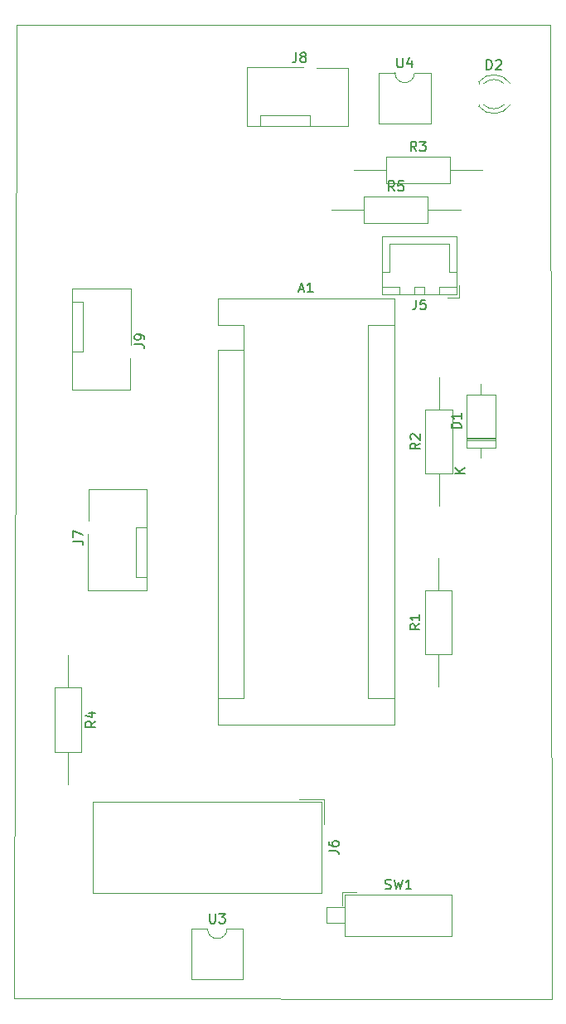
<source format=gbr>
G04 #@! TF.GenerationSoftware,KiCad,Pcbnew,(5.1.4)-1*
G04 #@! TF.CreationDate,2021-02-26T16:43:13-05:00*
G04 #@! TF.ProjectId,compactacion,636f6d70-6163-4746-9163-696f6e2e6b69,rev?*
G04 #@! TF.SameCoordinates,Original*
G04 #@! TF.FileFunction,Legend,Top*
G04 #@! TF.FilePolarity,Positive*
%FSLAX46Y46*%
G04 Gerber Fmt 4.6, Leading zero omitted, Abs format (unit mm)*
G04 Created by KiCad (PCBNEW (5.1.4)-1) date 2021-02-26 16:43:13*
%MOMM*%
%LPD*%
G04 APERTURE LIST*
%ADD10C,0.120000*%
%ADD11C,0.150000*%
G04 APERTURE END LIST*
D10*
X300000Y98500000D02*
X300000Y99300000D01*
X54850000Y99350000D02*
X300000Y99300000D01*
X50000Y-50000D02*
X300000Y98500000D01*
X55000000Y-150000D02*
X50000Y-50000D01*
X54850000Y99350000D02*
X55000000Y-150000D01*
X23850000Y95000000D02*
X29600000Y95000000D01*
X30950000Y94950000D02*
X34150000Y94950000D01*
X34150000Y94950000D02*
X34150000Y89000000D01*
X34150000Y89000000D02*
X23850000Y89000000D01*
X23850000Y89000000D02*
X23850000Y95000000D01*
X25200000Y89100000D02*
X25200000Y90110000D01*
X25200000Y90110000D02*
X30280000Y90110000D01*
X30280000Y90110000D02*
X30280000Y89100000D01*
X21810000Y7030000D02*
G75*
G02X19810000Y7030000I-1000000J0D01*
G01*
X19810000Y7030000D02*
X18160000Y7030000D01*
X18160000Y7030000D02*
X18160000Y1830000D01*
X18160000Y1830000D02*
X23460000Y1830000D01*
X23460000Y1830000D02*
X23460000Y7030000D01*
X23460000Y7030000D02*
X21810000Y7030000D01*
X12490000Y48030000D02*
X13500000Y48030000D01*
X12490000Y42950000D02*
X12490000Y48030000D01*
X13500000Y42950000D02*
X12490000Y42950000D01*
X13600000Y41600000D02*
X7600000Y41600000D01*
X13600000Y51900000D02*
X13600000Y41600000D01*
X7650000Y51900000D02*
X13600000Y51900000D01*
X7650000Y48700000D02*
X7650000Y51900000D01*
X7600000Y41600000D02*
X7600000Y47350000D01*
X11950000Y72400000D02*
X11950000Y66650000D01*
X11900000Y65300000D02*
X11900000Y62100000D01*
X11900000Y62100000D02*
X5950000Y62100000D01*
X5950000Y62100000D02*
X5950000Y72400000D01*
X5950000Y72400000D02*
X11950000Y72400000D01*
X6050000Y71050000D02*
X7060000Y71050000D01*
X7060000Y71050000D02*
X7060000Y65970000D01*
X7060000Y65970000D02*
X6050000Y65970000D01*
X23520000Y66130000D02*
X23520000Y68670000D01*
X23520000Y68670000D02*
X20850000Y68670000D01*
X20850000Y66130000D02*
X20850000Y27900000D01*
X20850000Y71340000D02*
X20850000Y68670000D01*
X36220000Y68670000D02*
X38890000Y68670000D01*
X36220000Y68670000D02*
X36220000Y30570000D01*
X36220000Y30570000D02*
X38890000Y30570000D01*
X23520000Y66130000D02*
X20850000Y66130000D01*
X23520000Y66130000D02*
X23520000Y30570000D01*
X23520000Y30570000D02*
X20850000Y30570000D01*
X20850000Y27900000D02*
X38890000Y27900000D01*
X38890000Y27900000D02*
X38890000Y71340000D01*
X38890000Y71340000D02*
X20850000Y71340000D01*
X46280000Y56160000D02*
X49220000Y56160000D01*
X49220000Y56160000D02*
X49220000Y61600000D01*
X49220000Y61600000D02*
X46280000Y61600000D01*
X46280000Y61600000D02*
X46280000Y56160000D01*
X47750000Y55140000D02*
X47750000Y56160000D01*
X47750000Y62620000D02*
X47750000Y61600000D01*
X46280000Y57060000D02*
X49220000Y57060000D01*
X46280000Y57180000D02*
X49220000Y57180000D01*
X46280000Y56940000D02*
X49220000Y56940000D01*
X50742335Y93328608D02*
G75*
G03X47510000Y93485516I-1672335J-1078608D01*
G01*
X50742335Y91171392D02*
G75*
G02X47510000Y91014484I-1672335J1078608D01*
G01*
X50111130Y93329837D02*
G75*
G03X48029039Y93330000I-1041130J-1079837D01*
G01*
X50111130Y91170163D02*
G75*
G02X48029039Y91170000I-1041130J1079837D01*
G01*
X47510000Y93486000D02*
X47510000Y93330000D01*
X47510000Y91170000D02*
X47510000Y91014000D01*
X45260000Y71790000D02*
X45260000Y77760000D01*
X45260000Y77760000D02*
X37640000Y77760000D01*
X37640000Y77760000D02*
X37640000Y71790000D01*
X37640000Y71790000D02*
X45260000Y71790000D01*
X41950000Y71800000D02*
X41950000Y72550000D01*
X41950000Y72550000D02*
X40950000Y72550000D01*
X40950000Y72550000D02*
X40950000Y71800000D01*
X40950000Y71800000D02*
X41950000Y71800000D01*
X45250000Y71800000D02*
X45250000Y72550000D01*
X45250000Y72550000D02*
X43450000Y72550000D01*
X43450000Y72550000D02*
X43450000Y71800000D01*
X43450000Y71800000D02*
X45250000Y71800000D01*
X39450000Y71800000D02*
X39450000Y72550000D01*
X39450000Y72550000D02*
X37650000Y72550000D01*
X37650000Y72550000D02*
X37650000Y71800000D01*
X37650000Y71800000D02*
X39450000Y71800000D01*
X45250000Y74050000D02*
X44500000Y74050000D01*
X44500000Y74050000D02*
X44500000Y77000000D01*
X44500000Y77000000D02*
X41450000Y77000000D01*
X37650000Y74050000D02*
X38400000Y74050000D01*
X38400000Y74050000D02*
X38400000Y77000000D01*
X38400000Y77000000D02*
X41450000Y77000000D01*
X44300000Y71500000D02*
X45550000Y71500000D01*
X45550000Y71500000D02*
X45550000Y72750000D01*
X31500000Y10655000D02*
X8100000Y10655000D01*
X8100000Y10655000D02*
X8100000Y20005000D01*
X8100000Y20005000D02*
X31500000Y20005000D01*
X31500000Y20005000D02*
X31500000Y10655000D01*
X31750000Y20255000D02*
X29210000Y20255000D01*
X31750000Y20255000D02*
X31750000Y17715000D01*
X42030000Y35050000D02*
X44770000Y35050000D01*
X44770000Y35050000D02*
X44770000Y41590000D01*
X44770000Y41590000D02*
X42030000Y41590000D01*
X42030000Y41590000D02*
X42030000Y35050000D01*
X43400000Y31740000D02*
X43400000Y35050000D01*
X43400000Y44900000D02*
X43400000Y41590000D01*
X43450000Y63350000D02*
X43450000Y60040000D01*
X43450000Y50190000D02*
X43450000Y53500000D01*
X42080000Y60040000D02*
X42080000Y53500000D01*
X44820000Y60040000D02*
X42080000Y60040000D01*
X44820000Y53500000D02*
X44820000Y60040000D01*
X42080000Y53500000D02*
X44820000Y53500000D01*
X38050000Y85870000D02*
X38050000Y83130000D01*
X38050000Y83130000D02*
X44590000Y83130000D01*
X44590000Y83130000D02*
X44590000Y85870000D01*
X44590000Y85870000D02*
X38050000Y85870000D01*
X34740000Y84500000D02*
X38050000Y84500000D01*
X47900000Y84500000D02*
X44590000Y84500000D01*
X6920000Y31650000D02*
X4180000Y31650000D01*
X4180000Y31650000D02*
X4180000Y25110000D01*
X4180000Y25110000D02*
X6920000Y25110000D01*
X6920000Y25110000D02*
X6920000Y31650000D01*
X5550000Y34960000D02*
X5550000Y31650000D01*
X5550000Y21800000D02*
X5550000Y25110000D01*
X45650000Y80450000D02*
X42340000Y80450000D01*
X32490000Y80450000D02*
X35800000Y80450000D01*
X42340000Y81820000D02*
X35800000Y81820000D01*
X42340000Y79080000D02*
X42340000Y81820000D01*
X35800000Y79080000D02*
X42340000Y79080000D01*
X35800000Y81820000D02*
X35800000Y79080000D01*
X33850000Y10510000D02*
X44770000Y10510000D01*
X33850000Y6290000D02*
X44770000Y6290000D01*
X33850000Y10510000D02*
X33850000Y6290000D01*
X44770000Y10510000D02*
X44770000Y6290000D01*
X33610000Y10750000D02*
X34993000Y10750000D01*
X33610000Y10750000D02*
X33610000Y9367000D01*
X31990000Y9210000D02*
X33850000Y9210000D01*
X31990000Y7590000D02*
X33850000Y7590000D01*
X31990000Y9210000D02*
X31990000Y7590000D01*
X33850000Y9210000D02*
X33850000Y7590000D01*
X42610000Y94430000D02*
X40960000Y94430000D01*
X42610000Y89230000D02*
X42610000Y94430000D01*
X37310000Y89230000D02*
X42610000Y89230000D01*
X37310000Y94430000D02*
X37310000Y89230000D01*
X38960000Y94430000D02*
X37310000Y94430000D01*
X40960000Y94430000D02*
G75*
G02X38960000Y94430000I-1000000J0D01*
G01*
D11*
X28866666Y96497619D02*
X28866666Y95783333D01*
X28819047Y95640476D01*
X28723809Y95545238D01*
X28580952Y95497619D01*
X28485714Y95497619D01*
X29485714Y96069047D02*
X29390476Y96116666D01*
X29342857Y96164285D01*
X29295238Y96259523D01*
X29295238Y96307142D01*
X29342857Y96402380D01*
X29390476Y96450000D01*
X29485714Y96497619D01*
X29676190Y96497619D01*
X29771428Y96450000D01*
X29819047Y96402380D01*
X29866666Y96307142D01*
X29866666Y96259523D01*
X29819047Y96164285D01*
X29771428Y96116666D01*
X29676190Y96069047D01*
X29485714Y96069047D01*
X29390476Y96021428D01*
X29342857Y95973809D01*
X29295238Y95878571D01*
X29295238Y95688095D01*
X29342857Y95592857D01*
X29390476Y95545238D01*
X29485714Y95497619D01*
X29676190Y95497619D01*
X29771428Y95545238D01*
X29819047Y95592857D01*
X29866666Y95688095D01*
X29866666Y95878571D01*
X29819047Y95973809D01*
X29771428Y96021428D01*
X29676190Y96069047D01*
X20048095Y8577619D02*
X20048095Y7768095D01*
X20095714Y7672857D01*
X20143333Y7625238D01*
X20238571Y7577619D01*
X20429047Y7577619D01*
X20524285Y7625238D01*
X20571904Y7672857D01*
X20619523Y7768095D01*
X20619523Y8577619D01*
X21000476Y8577619D02*
X21619523Y8577619D01*
X21286190Y8196666D01*
X21429047Y8196666D01*
X21524285Y8149047D01*
X21571904Y8101428D01*
X21619523Y8006190D01*
X21619523Y7768095D01*
X21571904Y7672857D01*
X21524285Y7625238D01*
X21429047Y7577619D01*
X21143333Y7577619D01*
X21048095Y7625238D01*
X21000476Y7672857D01*
X6102380Y46616666D02*
X6816666Y46616666D01*
X6959523Y46569047D01*
X7054761Y46473809D01*
X7102380Y46330952D01*
X7102380Y46235714D01*
X6102380Y46997619D02*
X6102380Y47664285D01*
X7102380Y47235714D01*
X12352380Y66716666D02*
X13066666Y66716666D01*
X13209523Y66669047D01*
X13304761Y66573809D01*
X13352380Y66430952D01*
X13352380Y66335714D01*
X13352380Y67240476D02*
X13352380Y67430952D01*
X13304761Y67526190D01*
X13257142Y67573809D01*
X13114285Y67669047D01*
X12923809Y67716666D01*
X12542857Y67716666D01*
X12447619Y67669047D01*
X12400000Y67621428D01*
X12352380Y67526190D01*
X12352380Y67335714D01*
X12400000Y67240476D01*
X12447619Y67192857D01*
X12542857Y67145238D01*
X12780952Y67145238D01*
X12876190Y67192857D01*
X12923809Y67240476D01*
X12971428Y67335714D01*
X12971428Y67526190D01*
X12923809Y67621428D01*
X12876190Y67669047D01*
X12780952Y67716666D01*
X29155714Y72313333D02*
X29631904Y72313333D01*
X29060476Y72027619D02*
X29393809Y73027619D01*
X29727142Y72027619D01*
X30584285Y72027619D02*
X30012857Y72027619D01*
X30298571Y72027619D02*
X30298571Y73027619D01*
X30203333Y72884761D01*
X30108095Y72789523D01*
X30012857Y72741904D01*
X45732380Y58141904D02*
X44732380Y58141904D01*
X44732380Y58380000D01*
X44780000Y58522857D01*
X44875238Y58618095D01*
X44970476Y58665714D01*
X45160952Y58713333D01*
X45303809Y58713333D01*
X45494285Y58665714D01*
X45589523Y58618095D01*
X45684761Y58522857D01*
X45732380Y58380000D01*
X45732380Y58141904D01*
X45732380Y59665714D02*
X45732380Y59094285D01*
X45732380Y59380000D02*
X44732380Y59380000D01*
X44875238Y59284761D01*
X44970476Y59189523D01*
X45018095Y59094285D01*
X46102380Y53538095D02*
X45102380Y53538095D01*
X46102380Y54109523D02*
X45530952Y53680952D01*
X45102380Y54109523D02*
X45673809Y53538095D01*
X48331904Y94757619D02*
X48331904Y95757619D01*
X48570000Y95757619D01*
X48712857Y95710000D01*
X48808095Y95614761D01*
X48855714Y95519523D01*
X48903333Y95329047D01*
X48903333Y95186190D01*
X48855714Y94995714D01*
X48808095Y94900476D01*
X48712857Y94805238D01*
X48570000Y94757619D01*
X48331904Y94757619D01*
X49284285Y95662380D02*
X49331904Y95710000D01*
X49427142Y95757619D01*
X49665238Y95757619D01*
X49760476Y95710000D01*
X49808095Y95662380D01*
X49855714Y95567142D01*
X49855714Y95471904D01*
X49808095Y95329047D01*
X49236666Y94757619D01*
X49855714Y94757619D01*
X41116666Y71247619D02*
X41116666Y70533333D01*
X41069047Y70390476D01*
X40973809Y70295238D01*
X40830952Y70247619D01*
X40735714Y70247619D01*
X42069047Y71247619D02*
X41592857Y71247619D01*
X41545238Y70771428D01*
X41592857Y70819047D01*
X41688095Y70866666D01*
X41926190Y70866666D01*
X42021428Y70819047D01*
X42069047Y70771428D01*
X42116666Y70676190D01*
X42116666Y70438095D01*
X42069047Y70342857D01*
X42021428Y70295238D01*
X41926190Y70247619D01*
X41688095Y70247619D01*
X41592857Y70295238D01*
X41545238Y70342857D01*
X32206380Y14996666D02*
X32920666Y14996666D01*
X33063523Y14949047D01*
X33158761Y14853809D01*
X33206380Y14710952D01*
X33206380Y14615714D01*
X32206380Y15901428D02*
X32206380Y15710952D01*
X32254000Y15615714D01*
X32301619Y15568095D01*
X32444476Y15472857D01*
X32634952Y15425238D01*
X33015904Y15425238D01*
X33111142Y15472857D01*
X33158761Y15520476D01*
X33206380Y15615714D01*
X33206380Y15806190D01*
X33158761Y15901428D01*
X33111142Y15949047D01*
X33015904Y15996666D01*
X32777809Y15996666D01*
X32682571Y15949047D01*
X32634952Y15901428D01*
X32587333Y15806190D01*
X32587333Y15615714D01*
X32634952Y15520476D01*
X32682571Y15472857D01*
X32777809Y15425238D01*
X41482380Y38153333D02*
X41006190Y37820000D01*
X41482380Y37581904D02*
X40482380Y37581904D01*
X40482380Y37962857D01*
X40530000Y38058095D01*
X40577619Y38105714D01*
X40672857Y38153333D01*
X40815714Y38153333D01*
X40910952Y38105714D01*
X40958571Y38058095D01*
X41006190Y37962857D01*
X41006190Y37581904D01*
X41482380Y39105714D02*
X41482380Y38534285D01*
X41482380Y38820000D02*
X40482380Y38820000D01*
X40625238Y38724761D01*
X40720476Y38629523D01*
X40768095Y38534285D01*
X41532380Y56603333D02*
X41056190Y56270000D01*
X41532380Y56031904D02*
X40532380Y56031904D01*
X40532380Y56412857D01*
X40580000Y56508095D01*
X40627619Y56555714D01*
X40722857Y56603333D01*
X40865714Y56603333D01*
X40960952Y56555714D01*
X41008571Y56508095D01*
X41056190Y56412857D01*
X41056190Y56031904D01*
X40627619Y56984285D02*
X40580000Y57031904D01*
X40532380Y57127142D01*
X40532380Y57365238D01*
X40580000Y57460476D01*
X40627619Y57508095D01*
X40722857Y57555714D01*
X40818095Y57555714D01*
X40960952Y57508095D01*
X41532380Y56936666D01*
X41532380Y57555714D01*
X41153333Y86417619D02*
X40820000Y86893809D01*
X40581904Y86417619D02*
X40581904Y87417619D01*
X40962857Y87417619D01*
X41058095Y87370000D01*
X41105714Y87322380D01*
X41153333Y87227142D01*
X41153333Y87084285D01*
X41105714Y86989047D01*
X41058095Y86941428D01*
X40962857Y86893809D01*
X40581904Y86893809D01*
X41486666Y87417619D02*
X42105714Y87417619D01*
X41772380Y87036666D01*
X41915238Y87036666D01*
X42010476Y86989047D01*
X42058095Y86941428D01*
X42105714Y86846190D01*
X42105714Y86608095D01*
X42058095Y86512857D01*
X42010476Y86465238D01*
X41915238Y86417619D01*
X41629523Y86417619D01*
X41534285Y86465238D01*
X41486666Y86512857D01*
X8372380Y28213333D02*
X7896190Y27880000D01*
X8372380Y27641904D02*
X7372380Y27641904D01*
X7372380Y28022857D01*
X7420000Y28118095D01*
X7467619Y28165714D01*
X7562857Y28213333D01*
X7705714Y28213333D01*
X7800952Y28165714D01*
X7848571Y28118095D01*
X7896190Y28022857D01*
X7896190Y27641904D01*
X7705714Y29070476D02*
X8372380Y29070476D01*
X7324761Y28832380D02*
X8039047Y28594285D01*
X8039047Y29213333D01*
X38903333Y82367619D02*
X38570000Y82843809D01*
X38331904Y82367619D02*
X38331904Y83367619D01*
X38712857Y83367619D01*
X38808095Y83320000D01*
X38855714Y83272380D01*
X38903333Y83177142D01*
X38903333Y83034285D01*
X38855714Y82939047D01*
X38808095Y82891428D01*
X38712857Y82843809D01*
X38331904Y82843809D01*
X39808095Y83367619D02*
X39331904Y83367619D01*
X39284285Y82891428D01*
X39331904Y82939047D01*
X39427142Y82986666D01*
X39665238Y82986666D01*
X39760476Y82939047D01*
X39808095Y82891428D01*
X39855714Y82796190D01*
X39855714Y82558095D01*
X39808095Y82462857D01*
X39760476Y82415238D01*
X39665238Y82367619D01*
X39427142Y82367619D01*
X39331904Y82415238D01*
X39284285Y82462857D01*
X37976666Y11105238D02*
X38119523Y11057619D01*
X38357619Y11057619D01*
X38452857Y11105238D01*
X38500476Y11152857D01*
X38548095Y11248095D01*
X38548095Y11343333D01*
X38500476Y11438571D01*
X38452857Y11486190D01*
X38357619Y11533809D01*
X38167142Y11581428D01*
X38071904Y11629047D01*
X38024285Y11676666D01*
X37976666Y11771904D01*
X37976666Y11867142D01*
X38024285Y11962380D01*
X38071904Y12010000D01*
X38167142Y12057619D01*
X38405238Y12057619D01*
X38548095Y12010000D01*
X38881428Y12057619D02*
X39119523Y11057619D01*
X39310000Y11771904D01*
X39500476Y11057619D01*
X39738571Y12057619D01*
X40643333Y11057619D02*
X40071904Y11057619D01*
X40357619Y11057619D02*
X40357619Y12057619D01*
X40262380Y11914761D01*
X40167142Y11819523D01*
X40071904Y11771904D01*
X39198095Y95977619D02*
X39198095Y95168095D01*
X39245714Y95072857D01*
X39293333Y95025238D01*
X39388571Y94977619D01*
X39579047Y94977619D01*
X39674285Y95025238D01*
X39721904Y95072857D01*
X39769523Y95168095D01*
X39769523Y95977619D01*
X40674285Y95644285D02*
X40674285Y94977619D01*
X40436190Y96025238D02*
X40198095Y95310952D01*
X40817142Y95310952D01*
M02*

</source>
